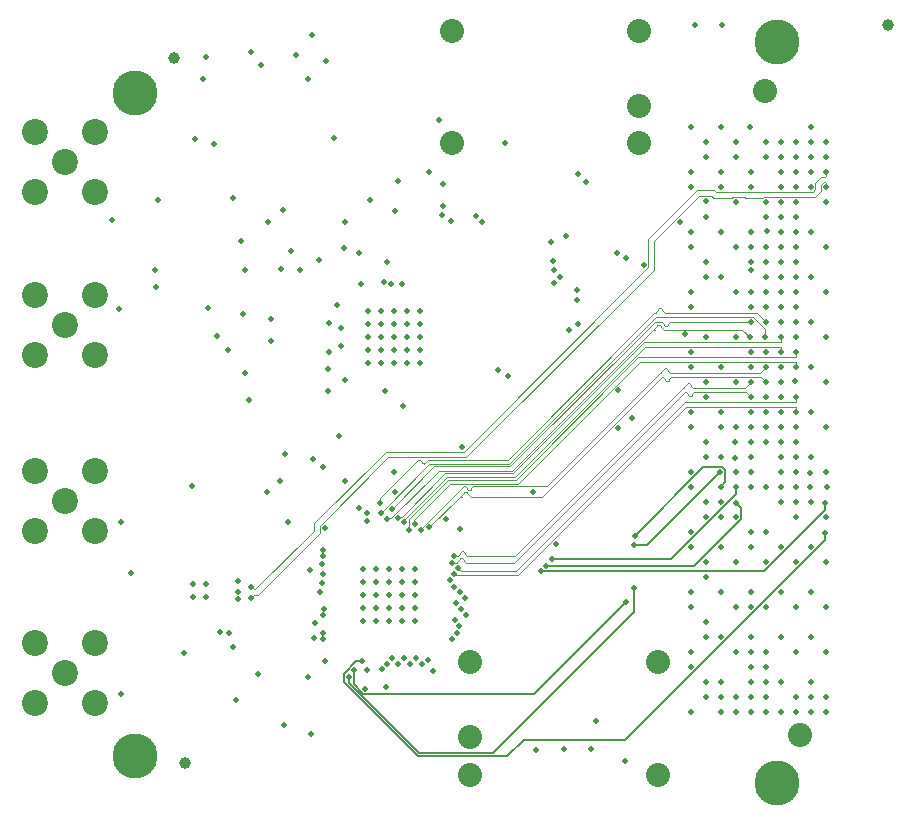
<source format=gbr>
G04 Layer_Physical_Order=8*
G04 Layer_Color=16711935*
%FSLAX26Y26*%
%MOIN*%
%TF.FileFunction,Copper,L8,Inr,Signal*%
%TF.Part,Single*%
G01*
G75*
%TA.AperFunction,Conductor*%
%ADD10C,0.005000*%
%ADD11C,0.004000*%
%TA.AperFunction,SMDPad,CuDef*%
%ADD40C,0.039370*%
%TA.AperFunction,ComponentPad*%
%ADD41C,0.080000*%
%ADD42C,0.150000*%
%ADD43C,0.086614*%
%ADD44C,0.039370*%
%TA.AperFunction,ViaPad*%
%ADD45C,0.020000*%
%ADD46C,0.019685*%
D10*
X6837000Y6451919D02*
X6881919D01*
X7125000Y6695000D01*
X6840613Y6483947D02*
X7068166Y6711500D01*
X7131834D02*
X7141500Y6701834D01*
Y6662500D02*
Y6701834D01*
X7126000Y6647000D02*
X7141500Y6662500D01*
X7473000Y6469666D02*
Y6493000D01*
X6504500Y5957500D02*
X6810000Y6263000D01*
X5928705Y6065705D02*
X5929000Y6066000D01*
X7269334Y6366000D02*
X7473000Y6569666D01*
Y6593000D01*
X7036542Y6383207D02*
X7192500Y6539166D01*
X7176000Y6593000D02*
X7192500Y6576500D01*
Y6539166D02*
Y6576500D01*
X6961002Y6407667D02*
X7177000Y6623666D01*
Y6647000D01*
X6545414Y6383207D02*
X7036542D01*
X6528000Y6366000D02*
X7269334D01*
X7068166Y6711500D02*
X7131834D01*
X6564395Y6407667D02*
X6961002D01*
X5934843Y5957500D02*
X6504500D01*
X5870000Y6024205D02*
X5911500Y6065705D01*
X5928705D01*
X5870000Y5996887D02*
Y6024205D01*
X5904130Y5988213D02*
X5934843Y5957500D01*
X5904130Y5988213D02*
Y6035000D01*
X5886500Y5993115D02*
Y6013000D01*
X6469979Y5804000D02*
X6807334D01*
X7473000Y6469666D01*
X5870000Y5996887D02*
X6117887Y5749000D01*
X6414979D01*
X6469979Y5804000D01*
X6837000Y6230000D02*
Y6310870D01*
X5886500Y5993115D02*
X6120615Y5759000D01*
X6366000D01*
X6837000Y6230000D01*
D11*
X6906147Y7171000D02*
G03*
X6913647Y7178500I0J7500D01*
G01*
X6928647D02*
G03*
X6913647Y7178500I-7500J0D01*
G01*
X6928647D02*
G03*
X6936147Y7171000I7500J0D01*
G01*
X6938849Y7188500D02*
G03*
X6931349Y7196000I-7500J0D01*
G01*
X6938849Y7188500D02*
G03*
X6953849Y7188500I7500J0D01*
G01*
X6961349Y7196000D02*
G03*
X6953849Y7188500I0J-7500D01*
G01*
X6282417Y6641500D02*
G03*
X6274917Y6649000I-7500J0D01*
G01*
X6282417Y6641500D02*
G03*
X6297417Y6641500I7500J0D01*
G01*
X6304917Y6649000D02*
G03*
X6297417Y6641500I0J-7500D01*
G01*
X6928574Y7026000D02*
G03*
X6936074Y7033500I0J7500D01*
G01*
X6951074D02*
G03*
X6936074Y7033500I-7500J0D01*
G01*
X6951074D02*
G03*
X6958574Y7026000I7500J0D01*
G01*
X6262544Y6614000D02*
G03*
X6270044Y6621500I0J7500D01*
G01*
X6285044D02*
G03*
X6270044Y6621500I-7500J0D01*
G01*
X6285044D02*
G03*
X6292544Y6614000I7500J0D01*
G01*
X6941873Y7004500D02*
G03*
X6934373Y7012000I-7500J0D01*
G01*
X6941873Y7004500D02*
G03*
X6956873Y7004500I7500J0D01*
G01*
X6964373Y7012000D02*
G03*
X6956873Y7004500I0J-7500D01*
G01*
X7005427Y6976000D02*
G03*
X7012927Y6983500I0J7500D01*
G01*
X7027927D02*
G03*
X7012927Y6983500I-7500J0D01*
G01*
X7027927D02*
G03*
X7035427Y6976000I7500J0D01*
G01*
X6252000Y6415740D02*
G03*
X6259500Y6423240I0J7500D01*
G01*
X6274500D02*
G03*
X6259500Y6423240I-7500J0D01*
G01*
X6274500D02*
G03*
X6282000Y6415740I7500J0D01*
G01*
X6248453Y6393000D02*
G03*
X6255953Y6400500I0J7500D01*
G01*
X6270953D02*
G03*
X6255953Y6400500I-7500J0D01*
G01*
X6270953D02*
G03*
X6278453Y6393000I7500J0D01*
G01*
X7018726Y6954500D02*
G03*
X7011226Y6962000I-7500J0D01*
G01*
X7018726Y6954500D02*
G03*
X7033726Y6954500I7500J0D01*
G01*
X7041226Y6962000D02*
G03*
X7033726Y6954500I0J-7500D01*
G01*
X6130873Y6729500D02*
G03*
X6145873Y6729500I7500J0D01*
G01*
X6130873D02*
G03*
X6123373Y6737000I-7500J0D01*
G01*
X6153373D02*
G03*
X6145873Y6729500I0J-7500D01*
G01*
X6910236Y7226000D02*
G03*
X6917736Y7233500I0J7500D01*
G01*
X6932736D02*
G03*
X6917736Y7233500I-7500J0D01*
G01*
X6932736D02*
G03*
X6940236Y7226000I7500J0D01*
G01*
X6440168Y6415740D02*
X7000427Y6976000D01*
X7103992Y7636000D02*
X7109992Y7630000D01*
X5563343Y6312500D02*
X5571343Y6304500D01*
X7442000Y7639373D02*
Y7660083D01*
X7260503Y7630000D02*
X7261503Y7631000D01*
X7432627Y7630000D02*
X7442000Y7639373D01*
X7318373Y7631000D02*
X7319373Y7630000D01*
X7473657Y7680000D02*
X7476000Y7682343D01*
X5771000Y6525497D02*
X6009503Y6764000D01*
X7442000Y7660083D02*
X7461917Y7680000D01*
X7473657D01*
X7476000Y7682343D02*
Y7696000D01*
X7273000Y7146000D02*
Y7171627D01*
X5771000Y6499872D02*
Y6525497D01*
X5583498Y6285500D02*
X5790000Y6492002D01*
X6904000Y7465627D02*
X7055373Y7617000D01*
X7206717Y7611000D02*
X7268373D01*
X5571343Y6304500D02*
X5575628D01*
X5771000Y6499872D01*
X5563343Y6277500D02*
X5571343Y6285500D01*
X5561000Y6277500D02*
X5563343D01*
X5790000Y6517627D02*
X6017373Y6745000D01*
X5790000Y6492002D02*
Y6517627D01*
X7269373Y7612000D02*
X7440083D01*
X7469373Y7662000D02*
X7473657D01*
X7440083Y7612000D02*
X7460000Y7631917D01*
X7473657Y7662000D02*
X7476000Y7659657D01*
Y7646000D02*
Y7659657D01*
X7268373Y7611000D02*
X7269373Y7612000D01*
X7165502D02*
X7205717D01*
X7460000Y7652627D02*
X7469373Y7662000D01*
X7164502Y7611000D02*
X7165502Y7612000D01*
X7460000Y7631917D02*
Y7652627D01*
X6270627Y6764000D02*
X6885000Y7378373D01*
X5561000Y6312500D02*
X5563343D01*
X6885000Y7473497D02*
X7047503Y7636000D01*
X5571343Y6285500D02*
X5583498D01*
X6278497Y6745000D02*
X6904000Y7370503D01*
X7232627Y7212000D02*
X7273000Y7171627D01*
X5990373Y6609000D02*
X6118373Y6737000D01*
X6422035Y6723000D02*
X6911035Y7212000D01*
X6172000Y6715000D02*
X6425349D01*
X7197000Y7171000D02*
X7223000Y7145000D01*
X6028434Y6543061D02*
X6186373Y6701000D01*
X6062714Y6547061D02*
X6208652Y6693000D01*
X6052000Y6544000D02*
X6055061Y6547061D01*
X6440260Y6679000D02*
X6875260Y7114000D01*
X6425349Y6715000D02*
X6906349Y7196000D01*
X6013000Y6540000D02*
X6016061Y6543061D01*
X6449373Y6657000D02*
X6856373Y7064000D01*
X7373657D01*
X6224444Y6657000D02*
X6449373D01*
X6088000Y6540355D02*
X6218645Y6671000D01*
X6875260Y7114000D02*
X7323657D01*
X6127000Y6504000D02*
Y6506083D01*
X6155544Y6512000D02*
X6257544Y6614000D01*
X6016061Y6543061D02*
X6028434D01*
X5990373Y6593373D02*
Y6609000D01*
X6030842Y6573842D02*
X6172000Y6715000D01*
X6431147Y6701000D02*
X6901147Y7171000D01*
X6186373Y6701000D02*
X6431147D01*
X6869461Y7128000D02*
X7323657D01*
X6214451Y6679000D02*
X6440260D01*
X6443574Y6671000D02*
X6850574Y7078000D01*
X6218645Y6671000D02*
X6443574D01*
X6105100Y6525900D02*
Y6537657D01*
X6232193Y6391740D02*
X6233453Y6393000D01*
X6437226D02*
X7006226Y6962000D01*
X7005854Y6928000D02*
X7373657D01*
X6088000Y6503000D02*
Y6540355D01*
X7261503Y7631000D02*
X7318373D01*
X7214587Y7630000D02*
X7260503D01*
X5992396Y6560000D02*
X6155396Y6723000D01*
X6208652Y6693000D02*
X6434461D01*
X6071076Y6527972D02*
X6074138Y6531034D01*
X6155396Y6723000D02*
X6422035D01*
X6416236Y6737000D02*
X6905236Y7226000D01*
X6911035Y7212000D02*
X7232627D01*
X7246000Y7226000D02*
X7276000Y7196000D01*
X5990000Y6593000D02*
X5990373Y6593373D01*
X7210000Y6962000D02*
X7226000Y6946000D01*
X6127000Y6506083D02*
X6269917Y6649000D01*
X7206000Y6976000D02*
X7226000Y6996000D01*
X7011653Y6914000D02*
X7373657D01*
X6251394Y6374314D02*
X6259707Y6366000D01*
X6449653Y6352000D02*
X7011653Y6914000D01*
X6259707Y6366000D02*
X6443854D01*
X6546574Y6649000D02*
X6923574Y7026000D01*
X7256000D02*
X7276000Y7046000D01*
X7260000Y7012000D02*
X7276000Y6996000D01*
X6531373Y6614000D02*
X6929373Y7012000D01*
X6901147Y7171000D02*
X6906147D01*
X6936147D02*
X7197000D01*
X6906349Y7196000D02*
X6931349D01*
X6961349D02*
X7226000D01*
X6055061Y6547061D02*
X6062714D01*
X6434461Y6693000D02*
X6869461Y7128000D01*
X6074138Y6538686D02*
X6214451Y6679000D01*
X6074138Y6531034D02*
Y6538686D01*
X6850574Y7078000D02*
X7373657D01*
X7376000Y7080343D01*
X6105100Y6525900D02*
X6107000Y6524000D01*
X6105100Y6537657D02*
X6224444Y6657000D01*
X6269917Y6649000D02*
X6274917D01*
X6304917D02*
X6546574D01*
X6923574Y7026000D02*
X6928574D01*
X6958574D02*
X7256000D01*
X6257544Y6614000D02*
X6262544D01*
X6292544D02*
X6531373D01*
X6929373Y7012000D02*
X6934373D01*
X6964373D02*
X7260000D01*
X7000427Y6976000D02*
X7005427D01*
X7035427D02*
X7206000D01*
X6237000Y6415740D02*
X6252000D01*
X6282000D02*
X6440168D01*
X6233453Y6393000D02*
X6248453D01*
X6278453D02*
X6437226D01*
X7006226Y6962000D02*
X7011226D01*
X7041226D02*
X7210000D01*
X6251394Y6374314D02*
Y6377000D01*
X6443854Y6366000D02*
X7005854Y6928000D01*
X6240061Y6353624D02*
X6252285D01*
X6253908Y6352000D02*
X6449653D01*
X6237000Y6356685D02*
X6240061Y6353624D01*
X6252285D02*
X6253908Y6352000D01*
X7109992Y7630000D02*
X7156632D01*
X7157632Y7631000D01*
X7213587D01*
X7214587Y7630000D01*
X7047503Y7636000D02*
X7103992D01*
X6009503Y6764000D02*
X6270627D01*
X6885000Y7378373D02*
Y7473497D01*
X6904000Y7370503D02*
Y7465627D01*
X7096122Y7617000D02*
X7102122Y7611000D01*
X7055373Y7617000D02*
X7096122D01*
X7205717Y7612000D02*
X7206717Y7611000D01*
X7102122D02*
X7164502D01*
X6017373Y6745000D02*
X6278497D01*
X7323657Y7128000D02*
X7326000Y7130343D01*
Y7146000D01*
X7323657Y7114000D02*
X7326000Y7111657D01*
Y7096000D02*
Y7111657D01*
X7376000Y7080343D02*
Y7096000D01*
X7373657Y7064000D02*
X7376000Y7061657D01*
Y7046000D02*
Y7061657D01*
X7373657Y6928000D02*
X7376000Y6930343D01*
Y6946000D01*
X7373657Y6914000D02*
X7376000Y6911657D01*
Y6896000D02*
Y6911657D01*
X7319373Y7630000D02*
X7432627D01*
X6118373Y6737000D02*
X6123373D01*
X6153373D02*
X6416236D01*
X6905236Y7226000D02*
X6910236D01*
X6940236D02*
X7246000D01*
D40*
X5305000Y8075000D02*
D03*
X5340000Y5725000D02*
D03*
X7685000Y8185000D02*
D03*
X5305000Y8075000D02*
D03*
X7685000Y8185000D02*
D03*
X5340000Y5725000D02*
D03*
D41*
X6855000Y8166221D02*
D03*
Y7916221D02*
D03*
Y7791221D02*
D03*
X6230000D02*
D03*
Y8166221D02*
D03*
X7275000Y7965000D02*
D03*
X7390000Y5820000D02*
D03*
X6292028Y6062190D02*
D03*
Y5812190D02*
D03*
Y5687190D02*
D03*
X6917028D02*
D03*
Y6062190D02*
D03*
D42*
X5175000Y7960000D02*
D03*
X7315000Y8130000D02*
D03*
Y5660000D02*
D03*
X5175000Y5750000D02*
D03*
D43*
X4940500Y7185000D02*
D03*
X5040500Y7085000D02*
D03*
X4840500D02*
D03*
Y7285000D02*
D03*
X5040500D02*
D03*
X4940500Y7730000D02*
D03*
X5040500Y7630000D02*
D03*
X4840500D02*
D03*
Y7830000D02*
D03*
X5040500D02*
D03*
X4940000Y6025000D02*
D03*
X5040000Y5925000D02*
D03*
X4840000D02*
D03*
Y6125000D02*
D03*
X5040000D02*
D03*
X4940500Y6600000D02*
D03*
X5040500Y6500000D02*
D03*
X4840500D02*
D03*
Y6700000D02*
D03*
X5040500D02*
D03*
D44*
X7395000Y5824499D02*
D03*
X7275000Y7965500D02*
D03*
D45*
X7076000Y7601000D02*
D03*
X7176000Y7746000D02*
D03*
X7126000Y7696000D02*
D03*
X7426000Y7646000D02*
D03*
Y7496000D02*
D03*
Y7346000D02*
D03*
X7226000Y7296000D02*
D03*
X7176000D02*
D03*
X7426000Y7196000D02*
D03*
Y7046000D02*
D03*
X7126000D02*
D03*
X7026000D02*
D03*
X7276000Y6946000D02*
D03*
X7076000D02*
D03*
X7026000Y6896000D02*
D03*
X7126000D02*
D03*
X7226000D02*
D03*
X7326000D02*
D03*
X7426000D02*
D03*
X7126000Y6546000D02*
D03*
X7376000Y6696000D02*
D03*
X7326000Y6746000D02*
D03*
X7276000Y6796000D02*
D03*
X7226000Y6846000D02*
D03*
X7176000D02*
D03*
X7026000D02*
D03*
X7426000Y6746000D02*
D03*
X7276000Y6646000D02*
D03*
X7226000D02*
D03*
X7026000D02*
D03*
X7126000Y6596000D02*
D03*
X7076000D02*
D03*
X7176000Y6546000D02*
D03*
X7376000D02*
D03*
X7477000Y6547000D02*
D03*
X7426000Y6446000D02*
D03*
X7326000D02*
D03*
X7276000Y6496000D02*
D03*
X7226000D02*
D03*
Y6446000D02*
D03*
X7126000D02*
D03*
X7076000Y6547000D02*
D03*
X7026000Y6497000D02*
D03*
Y6446000D02*
D03*
X7076000Y6396000D02*
D03*
Y6346000D02*
D03*
X7176000Y6396000D02*
D03*
X7276000D02*
D03*
X7376000D02*
D03*
X7476000D02*
D03*
X7477000Y6247000D02*
D03*
X7426000Y6296000D02*
D03*
X7326000D02*
D03*
X7376000Y6246000D02*
D03*
X7276000D02*
D03*
X7226000Y6296000D02*
D03*
Y6246000D02*
D03*
X7176000D02*
D03*
X7126000Y6296000D02*
D03*
X7026000D02*
D03*
Y6246000D02*
D03*
X7076000Y6196000D02*
D03*
X7226000Y6146000D02*
D03*
X7426000D02*
D03*
X7326000D02*
D03*
X7276000Y5946000D02*
D03*
X7326000Y5996000D02*
D03*
X7276000D02*
D03*
Y6046000D02*
D03*
X7126000Y6146000D02*
D03*
X7076000D02*
D03*
X7026000Y6096000D02*
D03*
X7426000Y5996000D02*
D03*
X7026000Y6046000D02*
D03*
X7176000Y6096000D02*
D03*
X7226000D02*
D03*
Y6046000D02*
D03*
X7276000Y6096000D02*
D03*
X7376000D02*
D03*
X7476000D02*
D03*
Y5946000D02*
D03*
X7426000D02*
D03*
X7376000D02*
D03*
X7226000Y5996000D02*
D03*
X7126000D02*
D03*
X7076000D02*
D03*
X7026000Y5896000D02*
D03*
X7076000Y5946000D02*
D03*
X7126000Y5896000D02*
D03*
X7176000Y5946000D02*
D03*
X7226000D02*
D03*
X7126000D02*
D03*
X7176000Y5896000D02*
D03*
X7226000D02*
D03*
X7276000D02*
D03*
X7326000D02*
D03*
X7376000D02*
D03*
X7426000D02*
D03*
X7476000D02*
D03*
Y7296000D02*
D03*
X7176000Y6696000D02*
D03*
X7476000D02*
D03*
X7376000Y6846000D02*
D03*
X7476000D02*
D03*
Y6996000D02*
D03*
X7374000Y6998000D02*
D03*
X7176000Y6996000D02*
D03*
X7326000Y7046000D02*
D03*
X7226000D02*
D03*
X7276000Y7246000D02*
D03*
X7326000Y7196000D02*
D03*
X7376000Y7146000D02*
D03*
X7476000D02*
D03*
X7376000Y7296000D02*
D03*
X7126000Y7346000D02*
D03*
X7076000D02*
D03*
Y7396000D02*
D03*
X7376000Y7446000D02*
D03*
X7476000D02*
D03*
X7076000Y7546000D02*
D03*
X7126000Y7646000D02*
D03*
X7176000Y7596000D02*
D03*
X7276000D02*
D03*
X7376000D02*
D03*
X7027000Y7647000D02*
D03*
X7276000Y7746000D02*
D03*
X7326000Y7696000D02*
D03*
X7426000D02*
D03*
X7376000Y7746000D02*
D03*
Y7796000D02*
D03*
X7476000Y7746000D02*
D03*
Y7796000D02*
D03*
X7276000D02*
D03*
X7176000D02*
D03*
X7076000D02*
D03*
X7426000Y7846000D02*
D03*
X7225000Y7847000D02*
D03*
X7126000Y7846000D02*
D03*
X7027000Y7847000D02*
D03*
X7473000Y6493000D02*
D03*
X7125000Y6695000D02*
D03*
X7425000Y6693000D02*
D03*
X7126000Y6647000D02*
D03*
X7479000Y6645000D02*
D03*
X7424000Y6647000D02*
D03*
X7174000Y6744000D02*
D03*
Y6797000D02*
D03*
X7128000Y6847000D02*
D03*
X7326000Y7496000D02*
D03*
X7276000Y7546000D02*
D03*
X7176000Y7446000D02*
D03*
X7026000Y7296000D02*
D03*
X5127000Y5955000D02*
D03*
X5128000Y6531000D02*
D03*
X5456000Y6164000D02*
D03*
X5500000Y6112000D02*
D03*
X5336000Y6092000D02*
D03*
X5363000Y6650000D02*
D03*
X5806000Y6511000D02*
D03*
X5948000Y6037500D02*
D03*
X6007083Y6964862D02*
D03*
X6067636Y6917000D02*
D03*
X5874732Y7001732D02*
D03*
X5855000Y6817000D02*
D03*
X5766000Y6739000D02*
D03*
X5552456Y6934456D02*
D03*
X5770000Y6144000D02*
D03*
X5162000Y6358000D02*
D03*
X5518000Y6297000D02*
D03*
X5487695Y6159695D02*
D03*
X5517618Y6272000D02*
D03*
X5518000Y6333000D02*
D03*
X5613000Y6630000D02*
D03*
X5657864Y6666000D02*
D03*
X5873362Y6666636D02*
D03*
X5799864Y6713000D02*
D03*
X5685000Y6530364D02*
D03*
X6256000Y6506000D02*
D03*
X5808000Y6065000D02*
D03*
X5816775Y6967000D02*
D03*
X5542000Y7025000D02*
D03*
X5627000Y7132000D02*
D03*
X5628315Y7206000D02*
D03*
X6013500Y7397000D02*
D03*
X5874500Y7530000D02*
D03*
X5535000Y7222500D02*
D03*
X7476000Y7596000D02*
D03*
X7326000Y7646000D02*
D03*
X7076000Y6995000D02*
D03*
X7226000Y6696000D02*
D03*
X7026000D02*
D03*
X5562000Y8095000D02*
D03*
X5595500Y8053500D02*
D03*
X5409000Y8078000D02*
D03*
X5401500Y8005000D02*
D03*
X5446364Y7151000D02*
D03*
X5485000Y7101658D02*
D03*
X5120886Y7240000D02*
D03*
X5416000Y7244000D02*
D03*
X5096000Y7536841D02*
D03*
X5240114Y7369000D02*
D03*
X5725000Y7371000D02*
D03*
X5786000Y7402000D02*
D03*
X6042000Y7566000D02*
D03*
X6202000Y7656000D02*
D03*
X6201000Y7583000D02*
D03*
X5919000Y7427000D02*
D03*
X6186513Y7870487D02*
D03*
X6154000Y7697000D02*
D03*
X6052000Y7666000D02*
D03*
X5837000Y7809000D02*
D03*
X5872000Y7443000D02*
D03*
X5375000Y7805000D02*
D03*
X5249000Y7602000D02*
D03*
X5243500Y7313500D02*
D03*
X5751000Y6013000D02*
D03*
X7039000Y8186000D02*
D03*
X7131000Y8187000D02*
D03*
X5928425Y7323126D02*
D03*
X6065000Y7324000D02*
D03*
X5861000Y7115472D02*
D03*
Y7174528D02*
D03*
X5848000Y7253000D02*
D03*
X5819000Y7095000D02*
D03*
Y7194000D02*
D03*
X6027000Y7324000D02*
D03*
X5500000Y7610000D02*
D03*
X5662000Y7372000D02*
D03*
X6264000Y6780000D02*
D03*
X5675000Y6756000D02*
D03*
X7226000Y6996000D02*
D03*
X7326000Y6696000D02*
D03*
X7226000Y6796000D02*
D03*
Y6746000D02*
D03*
X7276000Y6896000D02*
D03*
Y6846000D02*
D03*
X7326000Y6946000D02*
D03*
Y6996000D02*
D03*
X7476000Y7696000D02*
D03*
X7076000Y7146000D02*
D03*
X7226000Y7646000D02*
D03*
Y7696000D02*
D03*
X7026000D02*
D03*
X7276000Y7396000D02*
D03*
X7226000Y7446000D02*
D03*
X6837000Y6310870D02*
D03*
Y6451919D02*
D03*
X6840613Y6483947D02*
D03*
X5941677Y5974000D02*
D03*
X5996500Y6040500D02*
D03*
X6577000Y6456720D02*
D03*
X6810000Y6263000D02*
D03*
X7376000Y6796000D02*
D03*
Y6746000D02*
D03*
X7326000Y6646000D02*
D03*
X7376000D02*
D03*
Y6596000D02*
D03*
X7276000Y7096000D02*
D03*
X7026000D02*
D03*
X7226000Y7246000D02*
D03*
X7376000Y7696000D02*
D03*
X7273000Y7146000D02*
D03*
X7276000Y7196000D02*
D03*
X7176000Y7146000D02*
D03*
X5561000Y6312500D02*
D03*
Y6277500D02*
D03*
X7476000Y7646000D02*
D03*
X7226000Y7196000D02*
D03*
X7223000Y7145000D02*
D03*
X7326000Y7096000D02*
D03*
Y7146000D02*
D03*
X7376000Y7046000D02*
D03*
Y7096000D02*
D03*
X7276000Y7046000D02*
D03*
Y6996000D02*
D03*
X7473000Y6593000D02*
D03*
X7176000D02*
D03*
X7177000Y6647000D02*
D03*
X6528000Y6366000D02*
D03*
X6545207Y6383207D02*
D03*
X6564395Y6407667D02*
D03*
X6500000Y6630000D02*
D03*
X7226000Y6946000D02*
D03*
X7376000Y6896000D02*
D03*
Y6946000D02*
D03*
X7126000Y6746000D02*
D03*
X7076000D02*
D03*
X7077000Y6795000D02*
D03*
X6088000Y6503000D02*
D03*
X5801898Y6159047D02*
D03*
X6237000Y6356685D02*
D03*
X5992396Y6560000D02*
D03*
X6071076Y6527972D02*
D03*
X5803213Y6237787D02*
D03*
X5801898Y6434638D02*
D03*
X5773500Y6194000D02*
D03*
X6241000Y6203000D02*
D03*
X6232193Y6391740D02*
D03*
X5921622Y6576000D02*
D03*
X5791000Y6297000D02*
D03*
X6231000Y6138000D02*
D03*
X6259000Y6239000D02*
D03*
X5796000Y6326000D02*
D03*
X5929000Y6066000D02*
D03*
X6127000Y6504000D02*
D03*
X6050528Y6057268D02*
D03*
X6257787Y6296842D02*
D03*
X5990000Y6593000D02*
D03*
X6149939Y6071000D02*
D03*
X5796000Y6390000D02*
D03*
X5801898Y6355898D02*
D03*
Y6139362D02*
D03*
X6089898Y6057268D02*
D03*
X6237000Y6415740D02*
D03*
X6107000Y6524000D02*
D03*
X6155544Y6512000D02*
D03*
X6254941Y6183000D02*
D03*
X6236000Y6313000D02*
D03*
X6013000Y6540000D02*
D03*
X6070213Y6076458D02*
D03*
X5801898Y6218102D02*
D03*
X6030842Y6573842D02*
D03*
Y6076458D02*
D03*
X6246000Y6159000D02*
D03*
X6052000Y6544000D02*
D03*
X5946000Y6534000D02*
D03*
X5801898Y6414953D02*
D03*
X6109583Y6076458D02*
D03*
X6276000Y6219000D02*
D03*
X6275102Y6277158D02*
D03*
X5947000Y6558334D02*
D03*
X6251394Y6377000D02*
D03*
X6244000Y6258000D02*
D03*
X7226000Y7396000D02*
D03*
X7326000Y7346000D02*
D03*
X7226000Y7096000D02*
D03*
X7026000Y7246000D02*
D03*
X7076000Y7746000D02*
D03*
X6227364Y7533364D02*
D03*
X6784000Y6844000D02*
D03*
X6829000Y6875130D02*
D03*
X7426000Y7746000D02*
D03*
Y7796000D02*
D03*
X7026000Y7446000D02*
D03*
X6779000Y7426000D02*
D03*
X6811000Y7409000D02*
D03*
X6869000Y7385000D02*
D03*
X5957000Y7603000D02*
D03*
X6783000Y6968000D02*
D03*
X7006000Y7155000D02*
D03*
X6209000Y6541000D02*
D03*
X5618921Y7529000D02*
D03*
X5668000Y7570000D02*
D03*
X5527000Y7464624D02*
D03*
X5539000Y7371000D02*
D03*
X5710500Y8085000D02*
D03*
X5765000Y8152000D02*
D03*
X5812000Y8065000D02*
D03*
X7427000Y6597000D02*
D03*
X5509000Y5935000D02*
D03*
X6009953Y5978130D02*
D03*
X6710000Y5867000D02*
D03*
X6605000Y5771500D02*
D03*
X6511000Y5771000D02*
D03*
X6694000Y5773000D02*
D03*
X5585000Y6023000D02*
D03*
X5904130Y6035000D02*
D03*
X5886500Y6013000D02*
D03*
X6224402Y6335342D02*
D03*
X6039000Y6630000D02*
D03*
X5692870Y7433000D02*
D03*
X5437000Y7789000D02*
D03*
X5758000Y6370000D02*
D03*
X5761000Y5823000D02*
D03*
X5816846Y7038886D02*
D03*
X6003000Y7328291D02*
D03*
X7376000Y7646000D02*
D03*
X7227000Y7369000D02*
D03*
X7326000Y6597000D02*
D03*
X6015500Y6056844D02*
D03*
X6036000Y6696000D02*
D03*
X6570000Y7370000D02*
D03*
X7326000Y7446000D02*
D03*
X6568787Y7399000D02*
D03*
X7326000Y7396000D02*
D03*
X6559000Y7464000D02*
D03*
X7376000Y7496000D02*
D03*
X6610000Y7483000D02*
D03*
X7376000Y7546000D02*
D03*
X6198051Y7552000D02*
D03*
X7276000Y7446000D02*
D03*
X7326000Y7546000D02*
D03*
Y7596000D02*
D03*
Y7246000D02*
D03*
X6590000Y7346000D02*
D03*
X7326000Y7296000D02*
D03*
X6570000Y7325000D02*
D03*
X6649000Y7688000D02*
D03*
X7326000Y7746000D02*
D03*
X6678033Y7663033D02*
D03*
X7326000Y7796000D02*
D03*
X6417681Y7015000D02*
D03*
X6384000Y7036000D02*
D03*
X7376000Y7396000D02*
D03*
Y7346000D02*
D03*
X6647000Y7304000D02*
D03*
X7276000Y7296000D02*
D03*
X6648000Y7270000D02*
D03*
X7276000Y7346000D02*
D03*
X6650000Y7188000D02*
D03*
X7376000Y7246000D02*
D03*
X6622000Y7170000D02*
D03*
X7376000Y7196000D02*
D03*
X6330000Y7531000D02*
D03*
X6989000Y7528000D02*
D03*
X7026000Y7495000D02*
D03*
X7126000D02*
D03*
X7226000D02*
D03*
X7279000Y7499000D02*
D03*
X6309000Y7548000D02*
D03*
X7326000Y6796000D02*
D03*
Y6846000D02*
D03*
X6130000Y6056000D02*
D03*
X6806000Y5731750D02*
D03*
X6168000Y6032000D02*
D03*
X5670000Y5852000D02*
D03*
X6406000Y7792000D02*
D03*
D46*
X5749000Y8006000D02*
D03*
X6123307Y7231614D02*
D03*
Y7188307D02*
D03*
Y7145000D02*
D03*
Y7101693D02*
D03*
Y7058386D02*
D03*
X6080000Y7231614D02*
D03*
Y7188307D02*
D03*
Y7145000D02*
D03*
Y7101693D02*
D03*
Y7058386D02*
D03*
X6036693Y7231614D02*
D03*
Y7188307D02*
D03*
Y7145000D02*
D03*
Y7101693D02*
D03*
Y7058386D02*
D03*
X5993386Y7231614D02*
D03*
Y7188307D02*
D03*
Y7145000D02*
D03*
Y7101693D02*
D03*
Y7058386D02*
D03*
X5950079Y7231614D02*
D03*
Y7188307D02*
D03*
Y7145000D02*
D03*
Y7101693D02*
D03*
Y7058386D02*
D03*
X5366559Y6324362D02*
D03*
X5409866D02*
D03*
X5366559Y6281055D02*
D03*
X5409866D02*
D03*
X6107614Y6373614D02*
D03*
X6021000D02*
D03*
X6064307D02*
D03*
X5934386Y6200386D02*
D03*
Y6243693D02*
D03*
Y6287000D02*
D03*
Y6330307D02*
D03*
Y6373614D02*
D03*
X5977693Y6200386D02*
D03*
Y6243693D02*
D03*
Y6287000D02*
D03*
Y6330307D02*
D03*
Y6373614D02*
D03*
X6021000Y6200386D02*
D03*
Y6243693D02*
D03*
Y6287000D02*
D03*
Y6330307D02*
D03*
X6064307Y6200386D02*
D03*
Y6243693D02*
D03*
Y6287000D02*
D03*
Y6330307D02*
D03*
X6107614Y6200386D02*
D03*
Y6243693D02*
D03*
Y6287000D02*
D03*
Y6330307D02*
D03*
%TF.MD5,B9D8A0F98D0EA03675E9197AC49890CD*%
M02*

</source>
